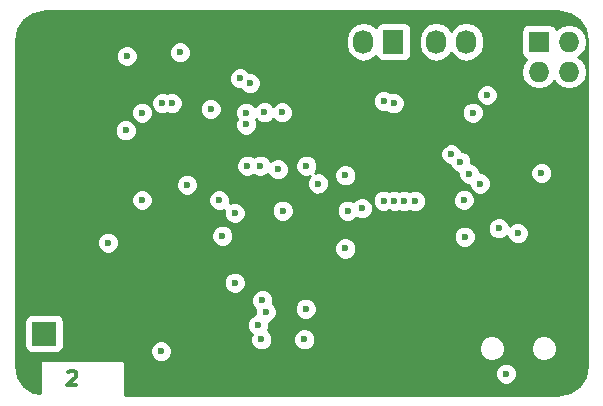
<source format=gbr>
G04 #@! TF.FileFunction,Copper,L2,Inr,Signal*
%FSLAX46Y46*%
G04 Gerber Fmt 4.6, Leading zero omitted, Abs format (unit mm)*
G04 Created by KiCad (PCBNEW 4.0.4-stable) date 05/31/17 00:38:46*
%MOMM*%
%LPD*%
G01*
G04 APERTURE LIST*
%ADD10C,0.100000*%
%ADD11C,0.300000*%
%ADD12C,3.000000*%
%ADD13C,2.500000*%
%ADD14R,2.032000X2.032000*%
%ADD15O,2.032000X2.032000*%
%ADD16R,1.727200X2.032000*%
%ADD17O,1.727200X2.032000*%
%ADD18R,1.727200X1.727200*%
%ADD19O,1.727200X1.727200*%
%ADD20O,1.600000X2.400000*%
%ADD21C,0.600000*%
%ADD22C,0.250000*%
%ADD23C,0.254000*%
G04 APERTURE END LIST*
D10*
D11*
X67937143Y-70187143D02*
X67994286Y-70130000D01*
X68108572Y-70072857D01*
X68394286Y-70072857D01*
X68508572Y-70130000D01*
X68565715Y-70187143D01*
X68622858Y-70301429D01*
X68622858Y-70415714D01*
X68565715Y-70587143D01*
X67880001Y-71272857D01*
X68622858Y-71272857D01*
D12*
X85300000Y-50520000D03*
D13*
X76290000Y-51075000D03*
D14*
X65900000Y-66900000D03*
D15*
X65900000Y-64360000D03*
D16*
X104180000Y-42200000D03*
D17*
X101640000Y-42200000D03*
X99100000Y-42200000D03*
D16*
X95480000Y-42200000D03*
D17*
X92940000Y-42200000D03*
X90400000Y-42200000D03*
D18*
X107800000Y-42200000D03*
D19*
X110340000Y-42200000D03*
X107800000Y-44740000D03*
X110340000Y-44740000D03*
X107800000Y-47280000D03*
X110340000Y-47280000D03*
D20*
X77090000Y-63360000D03*
D21*
X74950000Y-59490000D03*
X76570000Y-59550000D03*
X78210000Y-59570000D03*
X79670000Y-59560000D03*
X79670000Y-58610000D03*
X78190000Y-58620000D03*
X76550000Y-58620000D03*
X74950000Y-58580000D03*
X73470000Y-58580000D03*
X98440000Y-53680000D03*
X96220000Y-53710000D03*
X89430000Y-55290000D03*
X88560000Y-55300000D03*
X87560000Y-55300000D03*
X74550000Y-49320000D03*
X103170000Y-63220000D03*
X103170000Y-61870000D03*
X103150000Y-60330000D03*
X103150000Y-58960000D03*
X72800000Y-64650000D03*
X71310000Y-64650000D03*
X69930000Y-64650000D03*
X72800000Y-68660000D03*
X71360000Y-68660000D03*
X70010000Y-68680000D03*
X68680000Y-68650000D03*
X68180000Y-64630000D03*
X68180000Y-63130000D03*
X68110000Y-61680000D03*
X89320000Y-71360000D03*
X87690000Y-71380000D03*
X86000000Y-71330000D03*
X84400000Y-71320000D03*
X82860000Y-71310000D03*
X71750000Y-50020000D03*
X70660000Y-50020000D03*
X67130000Y-49840000D03*
X67270000Y-45670000D03*
X101600000Y-50300000D03*
X99700000Y-49700000D03*
X100500000Y-50300000D03*
X84200000Y-43600000D03*
X84900000Y-44200000D03*
X84970000Y-43210000D03*
X90500000Y-47470000D03*
X80340000Y-40480000D03*
X71800000Y-44700000D03*
X105700000Y-48000000D03*
X105700000Y-46800000D03*
X109000000Y-39800000D03*
X106400000Y-39800000D03*
X98400000Y-39800000D03*
X103046000Y-39800000D03*
X88800000Y-42100000D03*
X90500000Y-46600000D03*
X94000000Y-39800000D03*
X92000000Y-39900000D03*
X90300000Y-39900000D03*
X88800000Y-40200000D03*
X69400000Y-46400000D03*
X77600000Y-40300000D03*
X67400000Y-40400000D03*
X72500000Y-40300000D03*
X69300000Y-44700000D03*
X109700000Y-57700000D03*
X108425000Y-57600000D03*
X108400000Y-59100000D03*
X109700000Y-59100000D03*
X110900000Y-59100000D03*
X110900000Y-57800000D03*
X110900000Y-56400000D03*
X109700000Y-56400000D03*
X108500000Y-56400000D03*
X100000000Y-63400000D03*
X100000000Y-62100000D03*
X100000000Y-60900000D03*
X100000000Y-59800000D03*
X108500000Y-66500000D03*
X106700000Y-67300000D03*
X106700000Y-68800000D03*
X106700000Y-70200000D03*
X107800000Y-71800000D03*
X106300000Y-71800000D03*
X104900000Y-71800000D03*
X97500000Y-71400000D03*
X96400000Y-71400000D03*
X95200000Y-71400000D03*
X94000000Y-71400000D03*
X92800000Y-71400000D03*
X82900000Y-59300000D03*
X83900000Y-59300000D03*
X78725000Y-61900000D03*
X88900000Y-63700000D03*
X90600000Y-63700000D03*
X87200000Y-63700000D03*
X78300000Y-68000000D03*
X71800000Y-57500000D03*
X70600000Y-57500000D03*
X67200000Y-48900000D03*
X97240000Y-53080000D03*
X98300000Y-52700000D03*
X97600000Y-52000000D03*
X96800000Y-51200000D03*
X96200000Y-51800000D03*
X99540000Y-50990000D03*
X98890000Y-50410000D03*
X98230000Y-49870000D03*
X97600000Y-47100000D03*
X97600000Y-48100000D03*
X97530000Y-49190000D03*
X68000000Y-52710000D03*
X72700000Y-52700000D03*
X67120000Y-53120000D03*
X66200000Y-53120000D03*
X63910000Y-53090000D03*
X65060000Y-53120000D03*
X66100000Y-49780000D03*
X64930000Y-49780000D03*
X63700000Y-49790000D03*
X96000000Y-52600000D03*
X74700000Y-45325000D03*
X65100000Y-58000000D03*
X64100000Y-58000000D03*
X65900000Y-58000000D03*
X67500000Y-58000000D03*
X65900000Y-59300000D03*
X65900000Y-61400000D03*
X67300000Y-46950000D03*
X66550000Y-46950000D03*
X65300000Y-46950000D03*
X63880000Y-47000000D03*
X72000000Y-53200000D03*
X70600000Y-53800000D03*
X69000000Y-53800000D03*
X67900000Y-55100000D03*
X64100000Y-55900000D03*
X67000000Y-55900000D03*
X66000000Y-55900000D03*
X65100000Y-55900000D03*
X70400000Y-48900000D03*
X69000000Y-48900000D03*
X101440000Y-55580000D03*
X108000000Y-53300000D03*
X102200000Y-48200000D03*
X95500000Y-47400000D03*
X80700000Y-55600000D03*
X80990000Y-58630000D03*
X71300000Y-59200000D03*
X89100000Y-54199999D03*
X72800000Y-49700000D03*
X78000000Y-54300000D03*
X74200000Y-55600000D03*
X74200000Y-48200000D03*
X82050000Y-62600000D03*
X86050000Y-48180000D03*
X84550000Y-48160000D03*
X82500000Y-45300000D03*
X85700000Y-53000000D03*
X84200000Y-52700000D03*
X88100000Y-52700000D03*
X80000000Y-47900000D03*
X83100000Y-52700000D03*
X82050000Y-56700000D03*
X84300000Y-67390000D03*
X88040000Y-64810000D03*
X101500000Y-58700000D03*
X103400000Y-46700000D03*
X94645863Y-55654137D03*
X94645863Y-47202849D03*
X92800000Y-56300000D03*
X91400000Y-59700000D03*
X102800000Y-54200000D03*
X75800000Y-68400000D03*
X105000000Y-70300000D03*
X95566000Y-55664000D03*
X76700000Y-47400000D03*
X83300000Y-45700000D03*
X105990000Y-58400000D03*
X104400000Y-58000000D03*
X91400000Y-53500000D03*
X96366003Y-55664000D03*
X75900000Y-47400000D03*
X91600000Y-56500000D03*
X86100000Y-56500000D03*
X101867722Y-53352199D03*
X87930000Y-67400000D03*
X101130000Y-52350000D03*
X83990000Y-66180000D03*
X100360000Y-51710000D03*
X84680000Y-65070000D03*
X83000000Y-48200000D03*
X77400000Y-43100000D03*
X72900000Y-43400000D03*
X83000000Y-49200000D03*
X84380000Y-64090000D03*
X97330000Y-55690000D03*
D22*
X67300000Y-46950000D02*
X67300000Y-45700000D01*
X67300000Y-45700000D02*
X67270000Y-45670000D01*
X79670000Y-59560000D02*
X79670000Y-60955000D01*
X79670000Y-60955000D02*
X78725000Y-61900000D01*
X74630000Y-64650000D02*
X75920000Y-63360000D01*
X75920000Y-63360000D02*
X77090000Y-63360000D01*
X72800000Y-64650000D02*
X74630000Y-64650000D01*
X72800000Y-68660000D02*
X75450000Y-71310000D01*
X75450000Y-71310000D02*
X82860000Y-71310000D01*
X76570000Y-59550000D02*
X75010000Y-59550000D01*
X75010000Y-59550000D02*
X74950000Y-59490000D01*
X78210000Y-59570000D02*
X76590000Y-59570000D01*
X76590000Y-59570000D02*
X76570000Y-59550000D01*
X79670000Y-59560000D02*
X78220000Y-59560000D01*
X78220000Y-59560000D02*
X78210000Y-59570000D01*
X79670000Y-58610000D02*
X79670000Y-59560000D01*
X78190000Y-58620000D02*
X79660000Y-58620000D01*
X79660000Y-58620000D02*
X79670000Y-58610000D01*
X76550000Y-58620000D02*
X78190000Y-58620000D01*
X74950000Y-58580000D02*
X76510000Y-58580000D01*
X76510000Y-58580000D02*
X76550000Y-58620000D01*
X73470000Y-58580000D02*
X74950000Y-58580000D01*
X74400000Y-60590000D02*
X74400000Y-59510000D01*
X74400000Y-59510000D02*
X73470000Y-58580000D01*
X96220000Y-53710000D02*
X98410000Y-53710000D01*
X98410000Y-53710000D02*
X98440000Y-53680000D01*
X97240000Y-53080000D02*
X96850000Y-53080000D01*
X96850000Y-53080000D02*
X96220000Y-53710000D01*
X96200000Y-51800000D02*
X96200000Y-52040000D01*
X96200000Y-52040000D02*
X97240000Y-53080000D01*
X90574997Y-50760000D02*
X90574997Y-49874997D01*
X90574997Y-51800000D02*
X90574997Y-50760000D01*
X90574997Y-50760000D02*
X90334997Y-50520000D01*
X90334997Y-50520000D02*
X85300000Y-50520000D01*
X81080000Y-43880000D02*
X81360000Y-43600000D01*
X81360000Y-43600000D02*
X84200000Y-43600000D01*
X81080000Y-45950000D02*
X81080000Y-45794998D01*
X81080000Y-45950000D02*
X81080000Y-43880000D01*
X81080000Y-51100000D02*
X81080000Y-45950000D01*
X80200000Y-51100000D02*
X81080000Y-51100000D01*
X83274998Y-43600000D02*
X83775736Y-43600000D01*
X83775736Y-43600000D02*
X84200000Y-43600000D01*
X79160000Y-51710000D02*
X79590000Y-51710000D01*
X79590000Y-51710000D02*
X80200000Y-51100000D01*
X76370000Y-52700000D02*
X78170000Y-52700000D01*
X74590000Y-52700000D02*
X76370000Y-52700000D01*
X76370000Y-52700000D02*
X76370000Y-51145000D01*
X76370000Y-51145000D02*
X76325000Y-51100000D01*
X78170000Y-52700000D02*
X79160000Y-51710000D01*
X74590000Y-52700000D02*
X72700000Y-52700000D01*
X74725000Y-52700000D02*
X74590000Y-52700000D01*
X99540000Y-50990000D02*
X99810000Y-50990000D01*
X99810000Y-50990000D02*
X100500000Y-50300000D01*
X98890000Y-50410000D02*
X98960000Y-50410000D01*
X98960000Y-50410000D02*
X99540000Y-50990000D01*
X98230000Y-49870000D02*
X98350000Y-49870000D01*
X98350000Y-49870000D02*
X98890000Y-50410000D01*
X103170000Y-61870000D02*
X103170000Y-63220000D01*
X103150000Y-60330000D02*
X103150000Y-61850000D01*
X103150000Y-61850000D02*
X103170000Y-61870000D01*
X103150000Y-58960000D02*
X103150000Y-60330000D01*
X102890000Y-57300000D02*
X102890000Y-58700000D01*
X102890000Y-58700000D02*
X103150000Y-58960000D01*
X103790000Y-56400000D02*
X102890000Y-57300000D01*
X108500000Y-56400000D02*
X103790000Y-56400000D01*
X71310000Y-64650000D02*
X72800000Y-64650000D01*
X69930000Y-64650000D02*
X71310000Y-64650000D01*
X68180000Y-64630000D02*
X69910000Y-64630000D01*
X69910000Y-64630000D02*
X69930000Y-64650000D01*
X66100000Y-49780000D02*
X66100000Y-49355736D01*
X66100000Y-49355736D02*
X65580000Y-48835736D01*
X65580000Y-48835736D02*
X65580000Y-47920000D01*
X65900000Y-56700000D02*
X66000000Y-56600000D01*
X66000000Y-56600000D02*
X66000000Y-55900000D01*
X68110000Y-61680000D02*
X66180000Y-61680000D01*
X66180000Y-61680000D02*
X65900000Y-61400000D01*
X74400000Y-60590000D02*
X73310000Y-61680000D01*
X73310000Y-61680000D02*
X68110000Y-61680000D01*
X92800000Y-71400000D02*
X82950000Y-71400000D01*
X82950000Y-71400000D02*
X82860000Y-71310000D01*
X77090000Y-64370000D02*
X77090000Y-63910000D01*
X70010000Y-68680000D02*
X71340000Y-68680000D01*
X71340000Y-68680000D02*
X71360000Y-68660000D01*
X71360000Y-68660000D02*
X72800000Y-68660000D01*
X68680000Y-68650000D02*
X69980000Y-68650000D01*
X69980000Y-68650000D02*
X70010000Y-68680000D01*
X68350000Y-65224264D02*
X68350000Y-68320000D01*
X68350000Y-68320000D02*
X68680000Y-68650000D01*
X68180000Y-64630000D02*
X68180000Y-65054264D01*
X68180000Y-65054264D02*
X68350000Y-65224264D01*
X68180000Y-63130000D02*
X68180000Y-64630000D01*
X68110000Y-61680000D02*
X68110000Y-63060000D01*
X68110000Y-63060000D02*
X68180000Y-63130000D01*
X68120000Y-61670000D02*
X68110000Y-61680000D01*
X67120000Y-53120000D02*
X67590000Y-53120000D01*
X67590000Y-53120000D02*
X68000000Y-52710000D01*
X70660000Y-50020000D02*
X71750000Y-50020000D01*
X70400000Y-48900000D02*
X70400000Y-49760000D01*
X70400000Y-49760000D02*
X70660000Y-50020000D01*
X69000000Y-48900000D02*
X70400000Y-48900000D01*
X66200000Y-53120000D02*
X66200000Y-49880000D01*
X66200000Y-49880000D02*
X66100000Y-49780000D01*
X66100000Y-47400000D02*
X66550000Y-46950000D01*
X66100000Y-49780000D02*
X67070000Y-49780000D01*
X67070000Y-49780000D02*
X67130000Y-49840000D01*
X67900000Y-53700000D02*
X67900000Y-55100000D01*
X67120000Y-53120000D02*
X67320000Y-53120000D01*
X67320000Y-53120000D02*
X67900000Y-53700000D01*
X66200000Y-53120000D02*
X67120000Y-53120000D01*
X65060000Y-53120000D02*
X66200000Y-53120000D01*
X63910000Y-53090000D02*
X65030000Y-53090000D01*
X65030000Y-53090000D02*
X65060000Y-53120000D01*
X66100000Y-49780000D02*
X66320000Y-49780000D01*
X66320000Y-49780000D02*
X67200000Y-48900000D01*
X64930000Y-49780000D02*
X66100000Y-49780000D01*
X63700000Y-49790000D02*
X64920000Y-49790000D01*
X64920000Y-49790000D02*
X64930000Y-49780000D01*
X84200000Y-43600000D02*
X84580000Y-43600000D01*
X84580000Y-43600000D02*
X84970000Y-43210000D01*
X84900000Y-44200000D02*
X84800000Y-44200000D01*
X84800000Y-44200000D02*
X84200000Y-43600000D01*
X90574997Y-49874997D02*
X84900000Y-44200000D01*
X90574997Y-51800000D02*
X95775736Y-51800000D01*
X95775736Y-51800000D02*
X96200000Y-51800000D01*
X99700000Y-49700000D02*
X101000000Y-49700000D01*
X101000000Y-49700000D02*
X101600000Y-50300000D01*
X100500000Y-50300000D02*
X100300000Y-50300000D01*
X100300000Y-50300000D02*
X99700000Y-49700000D01*
X97530000Y-49190000D02*
X97550000Y-49190000D01*
X97550000Y-49190000D02*
X98230000Y-49870000D01*
X72000000Y-53200000D02*
X72200000Y-53200000D01*
X72200000Y-53200000D02*
X72700000Y-52700000D01*
X108425000Y-57600000D02*
X110700000Y-57600000D01*
X110700000Y-57600000D02*
X110900000Y-57800000D01*
X108500000Y-58600000D02*
X108475736Y-58600000D01*
X108475736Y-58600000D02*
X108400000Y-58675736D01*
X108400000Y-58675736D02*
X108400000Y-59100000D01*
X108500000Y-56400000D02*
X108500000Y-58600000D01*
X110900000Y-56400000D02*
X108500000Y-56400000D01*
X110900000Y-59100000D02*
X110900000Y-56400000D01*
X108400000Y-59100000D02*
X110900000Y-59100000D01*
X108500000Y-66500000D02*
X108500000Y-59200000D01*
X108500000Y-59200000D02*
X108400000Y-59100000D01*
X107800000Y-71800000D02*
X107800000Y-71300000D01*
X107800000Y-71300000D02*
X106700000Y-70200000D01*
X106700000Y-67300000D02*
X107500000Y-66500000D01*
X107500000Y-66500000D02*
X108500000Y-66500000D01*
X106700000Y-70200000D02*
X106700000Y-67300000D01*
X104900000Y-71800000D02*
X107800000Y-71800000D01*
X97500000Y-71400000D02*
X104500000Y-71400000D01*
X104500000Y-71400000D02*
X104900000Y-71800000D01*
X92800000Y-71400000D02*
X97500000Y-71400000D01*
X90600000Y-63700000D02*
X90600000Y-69200000D01*
X90600000Y-69200000D02*
X92800000Y-71400000D01*
X88900000Y-63700000D02*
X90600000Y-63700000D01*
X87200000Y-63700000D02*
X88900000Y-63700000D01*
X96200000Y-51800000D02*
X96200000Y-50520000D01*
X96200000Y-50520000D02*
X97530000Y-49190000D01*
X65100000Y-58000000D02*
X64100000Y-58000000D01*
X65900000Y-58000000D02*
X65100000Y-58000000D01*
X65900000Y-59300000D02*
X65900000Y-58000000D01*
X65900000Y-58000000D02*
X65900000Y-56700000D01*
X67500000Y-58000000D02*
X65900000Y-58000000D01*
X65900000Y-60100000D02*
X65900000Y-59300000D01*
X65900000Y-61400000D02*
X65900000Y-59300000D01*
X65900000Y-64360000D02*
X65900000Y-60100000D01*
X65900000Y-60100000D02*
X65900000Y-61400000D01*
X65580000Y-47920000D02*
X66330000Y-47920000D01*
X66330000Y-47920000D02*
X67300000Y-46950000D01*
X66550000Y-46950000D02*
X65580000Y-47920000D01*
X65580000Y-47920000D02*
X64800000Y-47920000D01*
X64800000Y-47920000D02*
X64580000Y-47700000D01*
X64580000Y-47700000D02*
X63880000Y-47000000D01*
X64580000Y-47700000D02*
X64580000Y-47670000D01*
X64580000Y-47670000D02*
X65300000Y-46950000D01*
X71700000Y-53500000D02*
X72000000Y-53200000D01*
X71000000Y-54200000D02*
X71700000Y-53500000D01*
X70200000Y-54200000D02*
X71000000Y-54200000D01*
X68600000Y-54200000D02*
X69000000Y-53800000D01*
X67600000Y-55200000D02*
X68600000Y-54200000D01*
X68600000Y-54200000D02*
X70200000Y-54200000D01*
X70200000Y-54200000D02*
X70600000Y-53800000D01*
X67600000Y-55400000D02*
X67900000Y-55100000D01*
X67100000Y-55900000D02*
X67600000Y-55400000D01*
X67600000Y-55400000D02*
X67600000Y-55200000D01*
X67000000Y-55900000D02*
X67100000Y-55900000D01*
X65600000Y-55900000D02*
X64100000Y-55900000D01*
X65600000Y-55900000D02*
X66000000Y-55900000D01*
X65100000Y-55900000D02*
X65600000Y-55900000D01*
X65600000Y-55900000D02*
X67000000Y-55900000D01*
X67200000Y-48900000D02*
X69000000Y-48900000D01*
D23*
G36*
X109356609Y-39620877D02*
X110399536Y-39828328D01*
X111162126Y-40337874D01*
X111671857Y-41100740D01*
X111879243Y-42138609D01*
X111890000Y-42164515D01*
X111890000Y-69517291D01*
X111873712Y-69556614D01*
X111666261Y-70599541D01*
X111156715Y-71362131D01*
X110393849Y-71871862D01*
X109355980Y-72079248D01*
X109330086Y-72090000D01*
X72737000Y-72090000D01*
X72737000Y-70485167D01*
X104064838Y-70485167D01*
X104206883Y-70828943D01*
X104469673Y-71092192D01*
X104813201Y-71234838D01*
X105185167Y-71235162D01*
X105528943Y-71093117D01*
X105792192Y-70830327D01*
X105934838Y-70486799D01*
X105935162Y-70114833D01*
X105793117Y-69771057D01*
X105530327Y-69507808D01*
X105186799Y-69365162D01*
X104814833Y-69364838D01*
X104471057Y-69506883D01*
X104207808Y-69769673D01*
X104065162Y-70113201D01*
X104064838Y-70485167D01*
X72737000Y-70485167D01*
X72737000Y-69310000D01*
X72728315Y-69263841D01*
X72701035Y-69221447D01*
X72659410Y-69193006D01*
X72610000Y-69183000D01*
X69486429Y-69183000D01*
X69486429Y-69105000D01*
X67073572Y-69105000D01*
X67073572Y-69183000D01*
X65670000Y-69183000D01*
X65623841Y-69191685D01*
X65581447Y-69218965D01*
X65553006Y-69260590D01*
X65543000Y-69310000D01*
X65543000Y-71974179D01*
X65000459Y-71866261D01*
X64237869Y-71356715D01*
X63728138Y-70593849D01*
X63520752Y-69555980D01*
X63510000Y-69530086D01*
X63510000Y-68585167D01*
X74864838Y-68585167D01*
X75006883Y-68928943D01*
X75269673Y-69192192D01*
X75613201Y-69334838D01*
X75985167Y-69335162D01*
X76328943Y-69193117D01*
X76592192Y-68930327D01*
X76734838Y-68586799D01*
X76735032Y-68363890D01*
X102715592Y-68363890D01*
X102880362Y-68762663D01*
X103185193Y-69068026D01*
X103583677Y-69233491D01*
X104015150Y-69233868D01*
X104413923Y-69069098D01*
X104719286Y-68764267D01*
X104884751Y-68365783D01*
X104884752Y-68363890D01*
X107114872Y-68363890D01*
X107279642Y-68762663D01*
X107584473Y-69068026D01*
X107982957Y-69233491D01*
X108414430Y-69233868D01*
X108813203Y-69069098D01*
X109118566Y-68764267D01*
X109284031Y-68365783D01*
X109284408Y-67934310D01*
X109119638Y-67535537D01*
X108814807Y-67230174D01*
X108416323Y-67064709D01*
X107984850Y-67064332D01*
X107586077Y-67229102D01*
X107280714Y-67533933D01*
X107115249Y-67932417D01*
X107114872Y-68363890D01*
X104884752Y-68363890D01*
X104885128Y-67934310D01*
X104720358Y-67535537D01*
X104415527Y-67230174D01*
X104017043Y-67064709D01*
X103585570Y-67064332D01*
X103186797Y-67229102D01*
X102881434Y-67533933D01*
X102715969Y-67932417D01*
X102715592Y-68363890D01*
X76735032Y-68363890D01*
X76735162Y-68214833D01*
X76593117Y-67871057D01*
X76330327Y-67607808D01*
X75986799Y-67465162D01*
X75614833Y-67464838D01*
X75271057Y-67606883D01*
X75007808Y-67869673D01*
X74865162Y-68213201D01*
X74864838Y-68585167D01*
X63510000Y-68585167D01*
X63510000Y-65884000D01*
X64236560Y-65884000D01*
X64236560Y-67916000D01*
X64280838Y-68151317D01*
X64419910Y-68367441D01*
X64632110Y-68512431D01*
X64884000Y-68563440D01*
X66916000Y-68563440D01*
X67151317Y-68519162D01*
X67367441Y-68380090D01*
X67512431Y-68167890D01*
X67563440Y-67916000D01*
X67563440Y-66365167D01*
X83054838Y-66365167D01*
X83196883Y-66708943D01*
X83459673Y-66972192D01*
X83460878Y-66972692D01*
X83365162Y-67203201D01*
X83364838Y-67575167D01*
X83506883Y-67918943D01*
X83769673Y-68182192D01*
X84113201Y-68324838D01*
X84485167Y-68325162D01*
X84828943Y-68183117D01*
X85092192Y-67920327D01*
X85231363Y-67585167D01*
X86994838Y-67585167D01*
X87136883Y-67928943D01*
X87399673Y-68192192D01*
X87743201Y-68334838D01*
X88115167Y-68335162D01*
X88458943Y-68193117D01*
X88722192Y-67930327D01*
X88864838Y-67586799D01*
X88865162Y-67214833D01*
X88723117Y-66871057D01*
X88460327Y-66607808D01*
X88116799Y-66465162D01*
X87744833Y-66464838D01*
X87401057Y-66606883D01*
X87137808Y-66869673D01*
X86995162Y-67213201D01*
X86994838Y-67585167D01*
X85231363Y-67585167D01*
X85234838Y-67576799D01*
X85235162Y-67204833D01*
X85093117Y-66861057D01*
X84830327Y-66597808D01*
X84829122Y-66597308D01*
X84924838Y-66366799D01*
X84925162Y-65994833D01*
X84920058Y-65982481D01*
X85208943Y-65863117D01*
X85472192Y-65600327D01*
X85614838Y-65256799D01*
X85615065Y-64995167D01*
X87104838Y-64995167D01*
X87246883Y-65338943D01*
X87509673Y-65602192D01*
X87853201Y-65744838D01*
X88225167Y-65745162D01*
X88568943Y-65603117D01*
X88832192Y-65340327D01*
X88974838Y-64996799D01*
X88975162Y-64624833D01*
X88833117Y-64281057D01*
X88570327Y-64017808D01*
X88226799Y-63875162D01*
X87854833Y-63874838D01*
X87511057Y-64016883D01*
X87247808Y-64279673D01*
X87105162Y-64623201D01*
X87104838Y-64995167D01*
X85615065Y-64995167D01*
X85615162Y-64884833D01*
X85473117Y-64541057D01*
X85283840Y-64351450D01*
X85314838Y-64276799D01*
X85315162Y-63904833D01*
X85173117Y-63561057D01*
X84910327Y-63297808D01*
X84566799Y-63155162D01*
X84194833Y-63154838D01*
X83851057Y-63296883D01*
X83587808Y-63559673D01*
X83445162Y-63903201D01*
X83444838Y-64275167D01*
X83586883Y-64618943D01*
X83776160Y-64808550D01*
X83745162Y-64883201D01*
X83744838Y-65255167D01*
X83749942Y-65267519D01*
X83461057Y-65386883D01*
X83197808Y-65649673D01*
X83055162Y-65993201D01*
X83054838Y-66365167D01*
X67563440Y-66365167D01*
X67563440Y-65884000D01*
X67519162Y-65648683D01*
X67380090Y-65432559D01*
X67167890Y-65287569D01*
X66916000Y-65236560D01*
X64884000Y-65236560D01*
X64648683Y-65280838D01*
X64432559Y-65419910D01*
X64287569Y-65632110D01*
X64236560Y-65884000D01*
X63510000Y-65884000D01*
X63510000Y-62785167D01*
X81114838Y-62785167D01*
X81256883Y-63128943D01*
X81519673Y-63392192D01*
X81863201Y-63534838D01*
X82235167Y-63535162D01*
X82578943Y-63393117D01*
X82842192Y-63130327D01*
X82984838Y-62786799D01*
X82985162Y-62414833D01*
X82843117Y-62071057D01*
X82580327Y-61807808D01*
X82236799Y-61665162D01*
X81864833Y-61664838D01*
X81521057Y-61806883D01*
X81257808Y-62069673D01*
X81115162Y-62413201D01*
X81114838Y-62785167D01*
X63510000Y-62785167D01*
X63510000Y-59385167D01*
X70364838Y-59385167D01*
X70506883Y-59728943D01*
X70769673Y-59992192D01*
X71113201Y-60134838D01*
X71485167Y-60135162D01*
X71828943Y-59993117D01*
X71937081Y-59885167D01*
X90464838Y-59885167D01*
X90606883Y-60228943D01*
X90869673Y-60492192D01*
X91213201Y-60634838D01*
X91585167Y-60635162D01*
X91928943Y-60493117D01*
X92192192Y-60230327D01*
X92334838Y-59886799D01*
X92335162Y-59514833D01*
X92193117Y-59171057D01*
X91930327Y-58907808D01*
X91875802Y-58885167D01*
X100564838Y-58885167D01*
X100706883Y-59228943D01*
X100969673Y-59492192D01*
X101313201Y-59634838D01*
X101685167Y-59635162D01*
X102028943Y-59493117D01*
X102292192Y-59230327D01*
X102434838Y-58886799D01*
X102435162Y-58514833D01*
X102298948Y-58185167D01*
X103464838Y-58185167D01*
X103606883Y-58528943D01*
X103869673Y-58792192D01*
X104213201Y-58934838D01*
X104585167Y-58935162D01*
X104928943Y-58793117D01*
X105078906Y-58643416D01*
X105196883Y-58928943D01*
X105459673Y-59192192D01*
X105803201Y-59334838D01*
X106175167Y-59335162D01*
X106518943Y-59193117D01*
X106782192Y-58930327D01*
X106924838Y-58586799D01*
X106925162Y-58214833D01*
X106783117Y-57871057D01*
X106520327Y-57607808D01*
X106176799Y-57465162D01*
X105804833Y-57464838D01*
X105461057Y-57606883D01*
X105311094Y-57756584D01*
X105193117Y-57471057D01*
X104930327Y-57207808D01*
X104586799Y-57065162D01*
X104214833Y-57064838D01*
X103871057Y-57206883D01*
X103607808Y-57469673D01*
X103465162Y-57813201D01*
X103464838Y-58185167D01*
X102298948Y-58185167D01*
X102293117Y-58171057D01*
X102030327Y-57907808D01*
X101686799Y-57765162D01*
X101314833Y-57764838D01*
X100971057Y-57906883D01*
X100707808Y-58169673D01*
X100565162Y-58513201D01*
X100564838Y-58885167D01*
X91875802Y-58885167D01*
X91586799Y-58765162D01*
X91214833Y-58764838D01*
X90871057Y-58906883D01*
X90607808Y-59169673D01*
X90465162Y-59513201D01*
X90464838Y-59885167D01*
X71937081Y-59885167D01*
X72092192Y-59730327D01*
X72234838Y-59386799D01*
X72235162Y-59014833D01*
X72152662Y-58815167D01*
X80054838Y-58815167D01*
X80196883Y-59158943D01*
X80459673Y-59422192D01*
X80803201Y-59564838D01*
X81175167Y-59565162D01*
X81518943Y-59423117D01*
X81782192Y-59160327D01*
X81924838Y-58816799D01*
X81925162Y-58444833D01*
X81783117Y-58101057D01*
X81520327Y-57837808D01*
X81176799Y-57695162D01*
X80804833Y-57694838D01*
X80461057Y-57836883D01*
X80197808Y-58099673D01*
X80055162Y-58443201D01*
X80054838Y-58815167D01*
X72152662Y-58815167D01*
X72093117Y-58671057D01*
X71830327Y-58407808D01*
X71486799Y-58265162D01*
X71114833Y-58264838D01*
X70771057Y-58406883D01*
X70507808Y-58669673D01*
X70365162Y-59013201D01*
X70364838Y-59385167D01*
X63510000Y-59385167D01*
X63510000Y-55785167D01*
X73264838Y-55785167D01*
X73406883Y-56128943D01*
X73669673Y-56392192D01*
X74013201Y-56534838D01*
X74385167Y-56535162D01*
X74728943Y-56393117D01*
X74992192Y-56130327D01*
X75134838Y-55786799D01*
X75134839Y-55785167D01*
X79764838Y-55785167D01*
X79906883Y-56128943D01*
X80169673Y-56392192D01*
X80513201Y-56534838D01*
X80885167Y-56535162D01*
X81151788Y-56424997D01*
X81115162Y-56513201D01*
X81114838Y-56885167D01*
X81256883Y-57228943D01*
X81519673Y-57492192D01*
X81863201Y-57634838D01*
X82235167Y-57635162D01*
X82578943Y-57493117D01*
X82842192Y-57230327D01*
X82984838Y-56886799D01*
X82985013Y-56685167D01*
X85164838Y-56685167D01*
X85306883Y-57028943D01*
X85569673Y-57292192D01*
X85913201Y-57434838D01*
X86285167Y-57435162D01*
X86628943Y-57293117D01*
X86892192Y-57030327D01*
X87034838Y-56686799D01*
X87034839Y-56685167D01*
X90664838Y-56685167D01*
X90806883Y-57028943D01*
X91069673Y-57292192D01*
X91413201Y-57434838D01*
X91785167Y-57435162D01*
X92128943Y-57293117D01*
X92312433Y-57109947D01*
X92613201Y-57234838D01*
X92985167Y-57235162D01*
X93328943Y-57093117D01*
X93592192Y-56830327D01*
X93734838Y-56486799D01*
X93735162Y-56114833D01*
X93621317Y-55839304D01*
X93710701Y-55839304D01*
X93852746Y-56183080D01*
X94115536Y-56446329D01*
X94459064Y-56588975D01*
X94831030Y-56589299D01*
X95094278Y-56480527D01*
X95379201Y-56598838D01*
X95751167Y-56599162D01*
X95966106Y-56510351D01*
X96179204Y-56598838D01*
X96551170Y-56599162D01*
X96816924Y-56489355D01*
X97143201Y-56624838D01*
X97515167Y-56625162D01*
X97858943Y-56483117D01*
X98122192Y-56220327D01*
X98264838Y-55876799D01*
X98264935Y-55765167D01*
X100504838Y-55765167D01*
X100646883Y-56108943D01*
X100909673Y-56372192D01*
X101253201Y-56514838D01*
X101625167Y-56515162D01*
X101968943Y-56373117D01*
X102232192Y-56110327D01*
X102374838Y-55766799D01*
X102375162Y-55394833D01*
X102233117Y-55051057D01*
X101970327Y-54787808D01*
X101626799Y-54645162D01*
X101254833Y-54644838D01*
X100911057Y-54786883D01*
X100647808Y-55049673D01*
X100505162Y-55393201D01*
X100504838Y-55765167D01*
X98264935Y-55765167D01*
X98265162Y-55504833D01*
X98123117Y-55161057D01*
X97860327Y-54897808D01*
X97516799Y-54755162D01*
X97144833Y-54754838D01*
X96879079Y-54864645D01*
X96552802Y-54729162D01*
X96180836Y-54728838D01*
X95965897Y-54817649D01*
X95752799Y-54729162D01*
X95380833Y-54728838D01*
X95117585Y-54837610D01*
X94832662Y-54719299D01*
X94460696Y-54718975D01*
X94116920Y-54861020D01*
X93853671Y-55123810D01*
X93711025Y-55467338D01*
X93710701Y-55839304D01*
X93621317Y-55839304D01*
X93593117Y-55771057D01*
X93330327Y-55507808D01*
X92986799Y-55365162D01*
X92614833Y-55364838D01*
X92271057Y-55506883D01*
X92087567Y-55690053D01*
X91786799Y-55565162D01*
X91414833Y-55564838D01*
X91071057Y-55706883D01*
X90807808Y-55969673D01*
X90665162Y-56313201D01*
X90664838Y-56685167D01*
X87034839Y-56685167D01*
X87035162Y-56314833D01*
X86893117Y-55971057D01*
X86630327Y-55707808D01*
X86286799Y-55565162D01*
X85914833Y-55564838D01*
X85571057Y-55706883D01*
X85307808Y-55969673D01*
X85165162Y-56313201D01*
X85164838Y-56685167D01*
X82985013Y-56685167D01*
X82985162Y-56514833D01*
X82843117Y-56171057D01*
X82580327Y-55907808D01*
X82236799Y-55765162D01*
X81864833Y-55764838D01*
X81598212Y-55875003D01*
X81634838Y-55786799D01*
X81635162Y-55414833D01*
X81493117Y-55071057D01*
X81230327Y-54807808D01*
X80886799Y-54665162D01*
X80514833Y-54664838D01*
X80171057Y-54806883D01*
X79907808Y-55069673D01*
X79765162Y-55413201D01*
X79764838Y-55785167D01*
X75134839Y-55785167D01*
X75135162Y-55414833D01*
X74993117Y-55071057D01*
X74730327Y-54807808D01*
X74386799Y-54665162D01*
X74014833Y-54664838D01*
X73671057Y-54806883D01*
X73407808Y-55069673D01*
X73265162Y-55413201D01*
X73264838Y-55785167D01*
X63510000Y-55785167D01*
X63510000Y-54485167D01*
X77064838Y-54485167D01*
X77206883Y-54828943D01*
X77469673Y-55092192D01*
X77813201Y-55234838D01*
X78185167Y-55235162D01*
X78528943Y-55093117D01*
X78792192Y-54830327D01*
X78934838Y-54486799D01*
X78935162Y-54114833D01*
X78793117Y-53771057D01*
X78530327Y-53507808D01*
X78186799Y-53365162D01*
X77814833Y-53364838D01*
X77471057Y-53506883D01*
X77207808Y-53769673D01*
X77065162Y-54113201D01*
X77064838Y-54485167D01*
X63510000Y-54485167D01*
X63510000Y-52885167D01*
X82164838Y-52885167D01*
X82306883Y-53228943D01*
X82569673Y-53492192D01*
X82913201Y-53634838D01*
X83285167Y-53635162D01*
X83628943Y-53493117D01*
X83649806Y-53472290D01*
X83669673Y-53492192D01*
X84013201Y-53634838D01*
X84385167Y-53635162D01*
X84728943Y-53493117D01*
X84844441Y-53377821D01*
X84906883Y-53528943D01*
X85169673Y-53792192D01*
X85513201Y-53934838D01*
X85885167Y-53935162D01*
X86228943Y-53793117D01*
X86492192Y-53530327D01*
X86634838Y-53186799D01*
X86635100Y-52885167D01*
X87164838Y-52885167D01*
X87306883Y-53228943D01*
X87569673Y-53492192D01*
X87913201Y-53634838D01*
X88285167Y-53635162D01*
X88382783Y-53594828D01*
X88307808Y-53669672D01*
X88165162Y-54013200D01*
X88164838Y-54385166D01*
X88306883Y-54728942D01*
X88569673Y-54992191D01*
X88913201Y-55134837D01*
X89285167Y-55135161D01*
X89628943Y-54993116D01*
X89892192Y-54730326D01*
X90034838Y-54386798D01*
X90035162Y-54014832D01*
X89898948Y-53685167D01*
X90464838Y-53685167D01*
X90606883Y-54028943D01*
X90869673Y-54292192D01*
X91213201Y-54434838D01*
X91585167Y-54435162D01*
X91928943Y-54293117D01*
X92192192Y-54030327D01*
X92334838Y-53686799D01*
X92335162Y-53314833D01*
X92193117Y-52971057D01*
X91930327Y-52707808D01*
X91586799Y-52565162D01*
X91214833Y-52564838D01*
X90871057Y-52706883D01*
X90607808Y-52969673D01*
X90465162Y-53313201D01*
X90464838Y-53685167D01*
X89898948Y-53685167D01*
X89893117Y-53671056D01*
X89630327Y-53407807D01*
X89286799Y-53265161D01*
X88914833Y-53264837D01*
X88817217Y-53305171D01*
X88892192Y-53230327D01*
X89034838Y-52886799D01*
X89035162Y-52514833D01*
X88893117Y-52171057D01*
X88630327Y-51907808D01*
X88599885Y-51895167D01*
X99424838Y-51895167D01*
X99566883Y-52238943D01*
X99829673Y-52502192D01*
X100173201Y-52644838D01*
X100240177Y-52644896D01*
X100336883Y-52878943D01*
X100599673Y-53142192D01*
X100932784Y-53280512D01*
X100932560Y-53537366D01*
X101074605Y-53881142D01*
X101337395Y-54144391D01*
X101680923Y-54287037D01*
X101864923Y-54287197D01*
X101864838Y-54385167D01*
X102006883Y-54728943D01*
X102269673Y-54992192D01*
X102613201Y-55134838D01*
X102985167Y-55135162D01*
X103328943Y-54993117D01*
X103592192Y-54730327D01*
X103734838Y-54386799D01*
X103735162Y-54014833D01*
X103593117Y-53671057D01*
X103407552Y-53485167D01*
X107064838Y-53485167D01*
X107206883Y-53828943D01*
X107469673Y-54092192D01*
X107813201Y-54234838D01*
X108185167Y-54235162D01*
X108528943Y-54093117D01*
X108792192Y-53830327D01*
X108934838Y-53486799D01*
X108935162Y-53114833D01*
X108793117Y-52771057D01*
X108530327Y-52507808D01*
X108186799Y-52365162D01*
X107814833Y-52364838D01*
X107471057Y-52506883D01*
X107207808Y-52769673D01*
X107065162Y-53113201D01*
X107064838Y-53485167D01*
X103407552Y-53485167D01*
X103330327Y-53407808D01*
X102986799Y-53265162D01*
X102802799Y-53265002D01*
X102802884Y-53167032D01*
X102660839Y-52823256D01*
X102398049Y-52560007D01*
X102064938Y-52421687D01*
X102065162Y-52164833D01*
X101923117Y-51821057D01*
X101660327Y-51557808D01*
X101316799Y-51415162D01*
X101249823Y-51415104D01*
X101153117Y-51181057D01*
X100890327Y-50917808D01*
X100546799Y-50775162D01*
X100174833Y-50774838D01*
X99831057Y-50916883D01*
X99567808Y-51179673D01*
X99425162Y-51523201D01*
X99424838Y-51895167D01*
X88599885Y-51895167D01*
X88286799Y-51765162D01*
X87914833Y-51764838D01*
X87571057Y-51906883D01*
X87307808Y-52169673D01*
X87165162Y-52513201D01*
X87164838Y-52885167D01*
X86635100Y-52885167D01*
X86635162Y-52814833D01*
X86493117Y-52471057D01*
X86230327Y-52207808D01*
X85886799Y-52065162D01*
X85514833Y-52064838D01*
X85171057Y-52206883D01*
X85055559Y-52322179D01*
X84993117Y-52171057D01*
X84730327Y-51907808D01*
X84386799Y-51765162D01*
X84014833Y-51764838D01*
X83671057Y-51906883D01*
X83650194Y-51927710D01*
X83630327Y-51907808D01*
X83286799Y-51765162D01*
X82914833Y-51764838D01*
X82571057Y-51906883D01*
X82307808Y-52169673D01*
X82165162Y-52513201D01*
X82164838Y-52885167D01*
X63510000Y-52885167D01*
X63510000Y-49885167D01*
X71864838Y-49885167D01*
X72006883Y-50228943D01*
X72269673Y-50492192D01*
X72613201Y-50634838D01*
X72985167Y-50635162D01*
X73328943Y-50493117D01*
X73592192Y-50230327D01*
X73734838Y-49886799D01*
X73735162Y-49514833D01*
X73593117Y-49171057D01*
X73330327Y-48907808D01*
X72986799Y-48765162D01*
X72614833Y-48764838D01*
X72271057Y-48906883D01*
X72007808Y-49169673D01*
X71865162Y-49513201D01*
X71864838Y-49885167D01*
X63510000Y-49885167D01*
X63510000Y-48385167D01*
X73264838Y-48385167D01*
X73406883Y-48728943D01*
X73669673Y-48992192D01*
X74013201Y-49134838D01*
X74385167Y-49135162D01*
X74728943Y-48993117D01*
X74992192Y-48730327D01*
X75134838Y-48386799D01*
X75135162Y-48014833D01*
X74993117Y-47671057D01*
X74907377Y-47585167D01*
X74964838Y-47585167D01*
X75106883Y-47928943D01*
X75369673Y-48192192D01*
X75713201Y-48334838D01*
X76085167Y-48335162D01*
X76300104Y-48246352D01*
X76513201Y-48334838D01*
X76885167Y-48335162D01*
X77228943Y-48193117D01*
X77337081Y-48085167D01*
X79064838Y-48085167D01*
X79206883Y-48428943D01*
X79469673Y-48692192D01*
X79813201Y-48834838D01*
X80185167Y-48835162D01*
X80528943Y-48693117D01*
X80792192Y-48430327D01*
X80810944Y-48385167D01*
X82064838Y-48385167D01*
X82195069Y-48700351D01*
X82065162Y-49013201D01*
X82064838Y-49385167D01*
X82206883Y-49728943D01*
X82469673Y-49992192D01*
X82813201Y-50134838D01*
X83185167Y-50135162D01*
X83528943Y-49993117D01*
X83792192Y-49730327D01*
X83934838Y-49386799D01*
X83935162Y-49014833D01*
X83831316Y-48763506D01*
X84019673Y-48952192D01*
X84363201Y-49094838D01*
X84735167Y-49095162D01*
X85078943Y-48953117D01*
X85290155Y-48742273D01*
X85519673Y-48972192D01*
X85863201Y-49114838D01*
X86235167Y-49115162D01*
X86578943Y-48973117D01*
X86842192Y-48710327D01*
X86977210Y-48385167D01*
X101264838Y-48385167D01*
X101406883Y-48728943D01*
X101669673Y-48992192D01*
X102013201Y-49134838D01*
X102385167Y-49135162D01*
X102728943Y-48993117D01*
X102992192Y-48730327D01*
X103134838Y-48386799D01*
X103135162Y-48014833D01*
X102993117Y-47671057D01*
X102730327Y-47407808D01*
X102386799Y-47265162D01*
X102014833Y-47264838D01*
X101671057Y-47406883D01*
X101407808Y-47669673D01*
X101265162Y-48013201D01*
X101264838Y-48385167D01*
X86977210Y-48385167D01*
X86984838Y-48366799D01*
X86985162Y-47994833D01*
X86843117Y-47651057D01*
X86580535Y-47388016D01*
X93710701Y-47388016D01*
X93852746Y-47731792D01*
X94115536Y-47995041D01*
X94459064Y-48137687D01*
X94831030Y-48138011D01*
X94890894Y-48113276D01*
X94969673Y-48192192D01*
X95313201Y-48334838D01*
X95685167Y-48335162D01*
X96028943Y-48193117D01*
X96292192Y-47930327D01*
X96434838Y-47586799D01*
X96435162Y-47214833D01*
X96298948Y-46885167D01*
X102464838Y-46885167D01*
X102606883Y-47228943D01*
X102869673Y-47492192D01*
X103213201Y-47634838D01*
X103585167Y-47635162D01*
X103928943Y-47493117D01*
X104192192Y-47230327D01*
X104334838Y-46886799D01*
X104335162Y-46514833D01*
X104193117Y-46171057D01*
X103930327Y-45907808D01*
X103586799Y-45765162D01*
X103214833Y-45764838D01*
X102871057Y-45906883D01*
X102607808Y-46169673D01*
X102465162Y-46513201D01*
X102464838Y-46885167D01*
X96298948Y-46885167D01*
X96293117Y-46871057D01*
X96030327Y-46607808D01*
X95686799Y-46465162D01*
X95314833Y-46464838D01*
X95254969Y-46489573D01*
X95176190Y-46410657D01*
X94832662Y-46268011D01*
X94460696Y-46267687D01*
X94116920Y-46409732D01*
X93853671Y-46672522D01*
X93711025Y-47016050D01*
X93710701Y-47388016D01*
X86580535Y-47388016D01*
X86580327Y-47387808D01*
X86236799Y-47245162D01*
X85864833Y-47244838D01*
X85521057Y-47386883D01*
X85309845Y-47597727D01*
X85080327Y-47367808D01*
X84736799Y-47225162D01*
X84364833Y-47224838D01*
X84021057Y-47366883D01*
X83757808Y-47629673D01*
X83756045Y-47633920D01*
X83530327Y-47407808D01*
X83186799Y-47265162D01*
X82814833Y-47264838D01*
X82471057Y-47406883D01*
X82207808Y-47669673D01*
X82065162Y-48013201D01*
X82064838Y-48385167D01*
X80810944Y-48385167D01*
X80934838Y-48086799D01*
X80935162Y-47714833D01*
X80793117Y-47371057D01*
X80530327Y-47107808D01*
X80186799Y-46965162D01*
X79814833Y-46964838D01*
X79471057Y-47106883D01*
X79207808Y-47369673D01*
X79065162Y-47713201D01*
X79064838Y-48085167D01*
X77337081Y-48085167D01*
X77492192Y-47930327D01*
X77634838Y-47586799D01*
X77635162Y-47214833D01*
X77493117Y-46871057D01*
X77230327Y-46607808D01*
X76886799Y-46465162D01*
X76514833Y-46464838D01*
X76299896Y-46553648D01*
X76086799Y-46465162D01*
X75714833Y-46464838D01*
X75371057Y-46606883D01*
X75107808Y-46869673D01*
X74965162Y-47213201D01*
X74964838Y-47585167D01*
X74907377Y-47585167D01*
X74730327Y-47407808D01*
X74386799Y-47265162D01*
X74014833Y-47264838D01*
X73671057Y-47406883D01*
X73407808Y-47669673D01*
X73265162Y-48013201D01*
X73264838Y-48385167D01*
X63510000Y-48385167D01*
X63510000Y-45485167D01*
X81564838Y-45485167D01*
X81706883Y-45828943D01*
X81969673Y-46092192D01*
X82313201Y-46234838D01*
X82512941Y-46235012D01*
X82769673Y-46492192D01*
X83113201Y-46634838D01*
X83485167Y-46635162D01*
X83828943Y-46493117D01*
X84092192Y-46230327D01*
X84234838Y-45886799D01*
X84235162Y-45514833D01*
X84093117Y-45171057D01*
X83830327Y-44907808D01*
X83486799Y-44765162D01*
X83287059Y-44764988D01*
X83262115Y-44740000D01*
X106272041Y-44740000D01*
X106386115Y-45313489D01*
X106710971Y-45799670D01*
X107197152Y-46124526D01*
X107770641Y-46238600D01*
X107829359Y-46238600D01*
X108402848Y-46124526D01*
X108889029Y-45799670D01*
X109070000Y-45528828D01*
X109250971Y-45799670D01*
X109737152Y-46124526D01*
X110310641Y-46238600D01*
X110369359Y-46238600D01*
X110942848Y-46124526D01*
X111429029Y-45799670D01*
X111753885Y-45313489D01*
X111867959Y-44740000D01*
X111753885Y-44166511D01*
X111429029Y-43680330D01*
X111114248Y-43470000D01*
X111429029Y-43259670D01*
X111753885Y-42773489D01*
X111867959Y-42200000D01*
X111753885Y-41626511D01*
X111429029Y-41140330D01*
X110942848Y-40815474D01*
X110369359Y-40701400D01*
X110310641Y-40701400D01*
X109737152Y-40815474D01*
X109271558Y-41126574D01*
X109266762Y-41101083D01*
X109127690Y-40884959D01*
X108915490Y-40739969D01*
X108663600Y-40688960D01*
X106936400Y-40688960D01*
X106701083Y-40733238D01*
X106484959Y-40872310D01*
X106339969Y-41084510D01*
X106288960Y-41336400D01*
X106288960Y-43063600D01*
X106333238Y-43298917D01*
X106472310Y-43515041D01*
X106684510Y-43660031D01*
X106728131Y-43668864D01*
X106710971Y-43680330D01*
X106386115Y-44166511D01*
X106272041Y-44740000D01*
X83262115Y-44740000D01*
X83030327Y-44507808D01*
X82686799Y-44365162D01*
X82314833Y-44364838D01*
X81971057Y-44506883D01*
X81707808Y-44769673D01*
X81565162Y-45113201D01*
X81564838Y-45485167D01*
X63510000Y-45485167D01*
X63510000Y-43585167D01*
X71964838Y-43585167D01*
X72106883Y-43928943D01*
X72369673Y-44192192D01*
X72713201Y-44334838D01*
X73085167Y-44335162D01*
X73428943Y-44193117D01*
X73692192Y-43930327D01*
X73834838Y-43586799D01*
X73835100Y-43285167D01*
X76464838Y-43285167D01*
X76606883Y-43628943D01*
X76869673Y-43892192D01*
X77213201Y-44034838D01*
X77585167Y-44035162D01*
X77928943Y-43893117D01*
X78192192Y-43630327D01*
X78334838Y-43286799D01*
X78335162Y-42914833D01*
X78193117Y-42571057D01*
X77930327Y-42307808D01*
X77586799Y-42165162D01*
X77214833Y-42164838D01*
X76871057Y-42306883D01*
X76607808Y-42569673D01*
X76465162Y-42913201D01*
X76464838Y-43285167D01*
X73835100Y-43285167D01*
X73835162Y-43214833D01*
X73693117Y-42871057D01*
X73430327Y-42607808D01*
X73086799Y-42465162D01*
X72714833Y-42464838D01*
X72371057Y-42606883D01*
X72107808Y-42869673D01*
X71965162Y-43213201D01*
X71964838Y-43585167D01*
X63510000Y-43585167D01*
X63510000Y-42169650D01*
X63520877Y-42143391D01*
X63546364Y-42015255D01*
X91441400Y-42015255D01*
X91441400Y-42384745D01*
X91555474Y-42958234D01*
X91880330Y-43444415D01*
X92366511Y-43769271D01*
X92940000Y-43883345D01*
X93513489Y-43769271D01*
X93999670Y-43444415D01*
X94009243Y-43430087D01*
X94013238Y-43451317D01*
X94152310Y-43667441D01*
X94364510Y-43812431D01*
X94616400Y-43863440D01*
X96343600Y-43863440D01*
X96578917Y-43819162D01*
X96795041Y-43680090D01*
X96940031Y-43467890D01*
X96991040Y-43216000D01*
X96991040Y-42015255D01*
X97601400Y-42015255D01*
X97601400Y-42384745D01*
X97715474Y-42958234D01*
X98040330Y-43444415D01*
X98526511Y-43769271D01*
X99100000Y-43883345D01*
X99673489Y-43769271D01*
X100159670Y-43444415D01*
X100370000Y-43129634D01*
X100580330Y-43444415D01*
X101066511Y-43769271D01*
X101640000Y-43883345D01*
X102213489Y-43769271D01*
X102699670Y-43444415D01*
X103024526Y-42958234D01*
X103138600Y-42384745D01*
X103138600Y-42015255D01*
X103024526Y-41441766D01*
X102699670Y-40955585D01*
X102213489Y-40630729D01*
X101640000Y-40516655D01*
X101066511Y-40630729D01*
X100580330Y-40955585D01*
X100370000Y-41270366D01*
X100159670Y-40955585D01*
X99673489Y-40630729D01*
X99100000Y-40516655D01*
X98526511Y-40630729D01*
X98040330Y-40955585D01*
X97715474Y-41441766D01*
X97601400Y-42015255D01*
X96991040Y-42015255D01*
X96991040Y-41184000D01*
X96946762Y-40948683D01*
X96807690Y-40732559D01*
X96595490Y-40587569D01*
X96343600Y-40536560D01*
X94616400Y-40536560D01*
X94381083Y-40580838D01*
X94164959Y-40719910D01*
X94019969Y-40932110D01*
X94011600Y-40973439D01*
X93999670Y-40955585D01*
X93513489Y-40630729D01*
X92940000Y-40516655D01*
X92366511Y-40630729D01*
X91880330Y-40955585D01*
X91555474Y-41441766D01*
X91441400Y-42015255D01*
X63546364Y-42015255D01*
X63728328Y-41100464D01*
X64237874Y-40337874D01*
X65000740Y-39828143D01*
X66038609Y-39620757D01*
X66064515Y-39610000D01*
X109330350Y-39610000D01*
X109356609Y-39620877D01*
X109356609Y-39620877D01*
G37*
X109356609Y-39620877D02*
X110399536Y-39828328D01*
X111162126Y-40337874D01*
X111671857Y-41100740D01*
X111879243Y-42138609D01*
X111890000Y-42164515D01*
X111890000Y-69517291D01*
X111873712Y-69556614D01*
X111666261Y-70599541D01*
X111156715Y-71362131D01*
X110393849Y-71871862D01*
X109355980Y-72079248D01*
X109330086Y-72090000D01*
X72737000Y-72090000D01*
X72737000Y-70485167D01*
X104064838Y-70485167D01*
X104206883Y-70828943D01*
X104469673Y-71092192D01*
X104813201Y-71234838D01*
X105185167Y-71235162D01*
X105528943Y-71093117D01*
X105792192Y-70830327D01*
X105934838Y-70486799D01*
X105935162Y-70114833D01*
X105793117Y-69771057D01*
X105530327Y-69507808D01*
X105186799Y-69365162D01*
X104814833Y-69364838D01*
X104471057Y-69506883D01*
X104207808Y-69769673D01*
X104065162Y-70113201D01*
X104064838Y-70485167D01*
X72737000Y-70485167D01*
X72737000Y-69310000D01*
X72728315Y-69263841D01*
X72701035Y-69221447D01*
X72659410Y-69193006D01*
X72610000Y-69183000D01*
X69486429Y-69183000D01*
X69486429Y-69105000D01*
X67073572Y-69105000D01*
X67073572Y-69183000D01*
X65670000Y-69183000D01*
X65623841Y-69191685D01*
X65581447Y-69218965D01*
X65553006Y-69260590D01*
X65543000Y-69310000D01*
X65543000Y-71974179D01*
X65000459Y-71866261D01*
X64237869Y-71356715D01*
X63728138Y-70593849D01*
X63520752Y-69555980D01*
X63510000Y-69530086D01*
X63510000Y-68585167D01*
X74864838Y-68585167D01*
X75006883Y-68928943D01*
X75269673Y-69192192D01*
X75613201Y-69334838D01*
X75985167Y-69335162D01*
X76328943Y-69193117D01*
X76592192Y-68930327D01*
X76734838Y-68586799D01*
X76735032Y-68363890D01*
X102715592Y-68363890D01*
X102880362Y-68762663D01*
X103185193Y-69068026D01*
X103583677Y-69233491D01*
X104015150Y-69233868D01*
X104413923Y-69069098D01*
X104719286Y-68764267D01*
X104884751Y-68365783D01*
X104884752Y-68363890D01*
X107114872Y-68363890D01*
X107279642Y-68762663D01*
X107584473Y-69068026D01*
X107982957Y-69233491D01*
X108414430Y-69233868D01*
X108813203Y-69069098D01*
X109118566Y-68764267D01*
X109284031Y-68365783D01*
X109284408Y-67934310D01*
X109119638Y-67535537D01*
X108814807Y-67230174D01*
X108416323Y-67064709D01*
X107984850Y-67064332D01*
X107586077Y-67229102D01*
X107280714Y-67533933D01*
X107115249Y-67932417D01*
X107114872Y-68363890D01*
X104884752Y-68363890D01*
X104885128Y-67934310D01*
X104720358Y-67535537D01*
X104415527Y-67230174D01*
X104017043Y-67064709D01*
X103585570Y-67064332D01*
X103186797Y-67229102D01*
X102881434Y-67533933D01*
X102715969Y-67932417D01*
X102715592Y-68363890D01*
X76735032Y-68363890D01*
X76735162Y-68214833D01*
X76593117Y-67871057D01*
X76330327Y-67607808D01*
X75986799Y-67465162D01*
X75614833Y-67464838D01*
X75271057Y-67606883D01*
X75007808Y-67869673D01*
X74865162Y-68213201D01*
X74864838Y-68585167D01*
X63510000Y-68585167D01*
X63510000Y-65884000D01*
X64236560Y-65884000D01*
X64236560Y-67916000D01*
X64280838Y-68151317D01*
X64419910Y-68367441D01*
X64632110Y-68512431D01*
X64884000Y-68563440D01*
X66916000Y-68563440D01*
X67151317Y-68519162D01*
X67367441Y-68380090D01*
X67512431Y-68167890D01*
X67563440Y-67916000D01*
X67563440Y-66365167D01*
X83054838Y-66365167D01*
X83196883Y-66708943D01*
X83459673Y-66972192D01*
X83460878Y-66972692D01*
X83365162Y-67203201D01*
X83364838Y-67575167D01*
X83506883Y-67918943D01*
X83769673Y-68182192D01*
X84113201Y-68324838D01*
X84485167Y-68325162D01*
X84828943Y-68183117D01*
X85092192Y-67920327D01*
X85231363Y-67585167D01*
X86994838Y-67585167D01*
X87136883Y-67928943D01*
X87399673Y-68192192D01*
X87743201Y-68334838D01*
X88115167Y-68335162D01*
X88458943Y-68193117D01*
X88722192Y-67930327D01*
X88864838Y-67586799D01*
X88865162Y-67214833D01*
X88723117Y-66871057D01*
X88460327Y-66607808D01*
X88116799Y-66465162D01*
X87744833Y-66464838D01*
X87401057Y-66606883D01*
X87137808Y-66869673D01*
X86995162Y-67213201D01*
X86994838Y-67585167D01*
X85231363Y-67585167D01*
X85234838Y-67576799D01*
X85235162Y-67204833D01*
X85093117Y-66861057D01*
X84830327Y-66597808D01*
X84829122Y-66597308D01*
X84924838Y-66366799D01*
X84925162Y-65994833D01*
X84920058Y-65982481D01*
X85208943Y-65863117D01*
X85472192Y-65600327D01*
X85614838Y-65256799D01*
X85615065Y-64995167D01*
X87104838Y-64995167D01*
X87246883Y-65338943D01*
X87509673Y-65602192D01*
X87853201Y-65744838D01*
X88225167Y-65745162D01*
X88568943Y-65603117D01*
X88832192Y-65340327D01*
X88974838Y-64996799D01*
X88975162Y-64624833D01*
X88833117Y-64281057D01*
X88570327Y-64017808D01*
X88226799Y-63875162D01*
X87854833Y-63874838D01*
X87511057Y-64016883D01*
X87247808Y-64279673D01*
X87105162Y-64623201D01*
X87104838Y-64995167D01*
X85615065Y-64995167D01*
X85615162Y-64884833D01*
X85473117Y-64541057D01*
X85283840Y-64351450D01*
X85314838Y-64276799D01*
X85315162Y-63904833D01*
X85173117Y-63561057D01*
X84910327Y-63297808D01*
X84566799Y-63155162D01*
X84194833Y-63154838D01*
X83851057Y-63296883D01*
X83587808Y-63559673D01*
X83445162Y-63903201D01*
X83444838Y-64275167D01*
X83586883Y-64618943D01*
X83776160Y-64808550D01*
X83745162Y-64883201D01*
X83744838Y-65255167D01*
X83749942Y-65267519D01*
X83461057Y-65386883D01*
X83197808Y-65649673D01*
X83055162Y-65993201D01*
X83054838Y-66365167D01*
X67563440Y-66365167D01*
X67563440Y-65884000D01*
X67519162Y-65648683D01*
X67380090Y-65432559D01*
X67167890Y-65287569D01*
X66916000Y-65236560D01*
X64884000Y-65236560D01*
X64648683Y-65280838D01*
X64432559Y-65419910D01*
X64287569Y-65632110D01*
X64236560Y-65884000D01*
X63510000Y-65884000D01*
X63510000Y-62785167D01*
X81114838Y-62785167D01*
X81256883Y-63128943D01*
X81519673Y-63392192D01*
X81863201Y-63534838D01*
X82235167Y-63535162D01*
X82578943Y-63393117D01*
X82842192Y-63130327D01*
X82984838Y-62786799D01*
X82985162Y-62414833D01*
X82843117Y-62071057D01*
X82580327Y-61807808D01*
X82236799Y-61665162D01*
X81864833Y-61664838D01*
X81521057Y-61806883D01*
X81257808Y-62069673D01*
X81115162Y-62413201D01*
X81114838Y-62785167D01*
X63510000Y-62785167D01*
X63510000Y-59385167D01*
X70364838Y-59385167D01*
X70506883Y-59728943D01*
X70769673Y-59992192D01*
X71113201Y-60134838D01*
X71485167Y-60135162D01*
X71828943Y-59993117D01*
X71937081Y-59885167D01*
X90464838Y-59885167D01*
X90606883Y-60228943D01*
X90869673Y-60492192D01*
X91213201Y-60634838D01*
X91585167Y-60635162D01*
X91928943Y-60493117D01*
X92192192Y-60230327D01*
X92334838Y-59886799D01*
X92335162Y-59514833D01*
X92193117Y-59171057D01*
X91930327Y-58907808D01*
X91875802Y-58885167D01*
X100564838Y-58885167D01*
X100706883Y-59228943D01*
X100969673Y-59492192D01*
X101313201Y-59634838D01*
X101685167Y-59635162D01*
X102028943Y-59493117D01*
X102292192Y-59230327D01*
X102434838Y-58886799D01*
X102435162Y-58514833D01*
X102298948Y-58185167D01*
X103464838Y-58185167D01*
X103606883Y-58528943D01*
X103869673Y-58792192D01*
X104213201Y-58934838D01*
X104585167Y-58935162D01*
X104928943Y-58793117D01*
X105078906Y-58643416D01*
X105196883Y-58928943D01*
X105459673Y-59192192D01*
X105803201Y-59334838D01*
X106175167Y-59335162D01*
X106518943Y-59193117D01*
X106782192Y-58930327D01*
X106924838Y-58586799D01*
X106925162Y-58214833D01*
X106783117Y-57871057D01*
X106520327Y-57607808D01*
X106176799Y-57465162D01*
X105804833Y-57464838D01*
X105461057Y-57606883D01*
X105311094Y-57756584D01*
X105193117Y-57471057D01*
X104930327Y-57207808D01*
X104586799Y-57065162D01*
X104214833Y-57064838D01*
X103871057Y-57206883D01*
X103607808Y-57469673D01*
X103465162Y-57813201D01*
X103464838Y-58185167D01*
X102298948Y-58185167D01*
X102293117Y-58171057D01*
X102030327Y-57907808D01*
X101686799Y-57765162D01*
X101314833Y-57764838D01*
X100971057Y-57906883D01*
X100707808Y-58169673D01*
X100565162Y-58513201D01*
X100564838Y-58885167D01*
X91875802Y-58885167D01*
X91586799Y-58765162D01*
X91214833Y-58764838D01*
X90871057Y-58906883D01*
X90607808Y-59169673D01*
X90465162Y-59513201D01*
X90464838Y-59885167D01*
X71937081Y-59885167D01*
X72092192Y-59730327D01*
X72234838Y-59386799D01*
X72235162Y-59014833D01*
X72152662Y-58815167D01*
X80054838Y-58815167D01*
X80196883Y-59158943D01*
X80459673Y-59422192D01*
X80803201Y-59564838D01*
X81175167Y-59565162D01*
X81518943Y-59423117D01*
X81782192Y-59160327D01*
X81924838Y-58816799D01*
X81925162Y-58444833D01*
X81783117Y-58101057D01*
X81520327Y-57837808D01*
X81176799Y-57695162D01*
X80804833Y-57694838D01*
X80461057Y-57836883D01*
X80197808Y-58099673D01*
X80055162Y-58443201D01*
X80054838Y-58815167D01*
X72152662Y-58815167D01*
X72093117Y-58671057D01*
X71830327Y-58407808D01*
X71486799Y-58265162D01*
X71114833Y-58264838D01*
X70771057Y-58406883D01*
X70507808Y-58669673D01*
X70365162Y-59013201D01*
X70364838Y-59385167D01*
X63510000Y-59385167D01*
X63510000Y-55785167D01*
X73264838Y-55785167D01*
X73406883Y-56128943D01*
X73669673Y-56392192D01*
X74013201Y-56534838D01*
X74385167Y-56535162D01*
X74728943Y-56393117D01*
X74992192Y-56130327D01*
X75134838Y-55786799D01*
X75134839Y-55785167D01*
X79764838Y-55785167D01*
X79906883Y-56128943D01*
X80169673Y-56392192D01*
X80513201Y-56534838D01*
X80885167Y-56535162D01*
X81151788Y-56424997D01*
X81115162Y-56513201D01*
X81114838Y-56885167D01*
X81256883Y-57228943D01*
X81519673Y-57492192D01*
X81863201Y-57634838D01*
X82235167Y-57635162D01*
X82578943Y-57493117D01*
X82842192Y-57230327D01*
X82984838Y-56886799D01*
X82985013Y-56685167D01*
X85164838Y-56685167D01*
X85306883Y-57028943D01*
X85569673Y-57292192D01*
X85913201Y-57434838D01*
X86285167Y-57435162D01*
X86628943Y-57293117D01*
X86892192Y-57030327D01*
X87034838Y-56686799D01*
X87034839Y-56685167D01*
X90664838Y-56685167D01*
X90806883Y-57028943D01*
X91069673Y-57292192D01*
X91413201Y-57434838D01*
X91785167Y-57435162D01*
X92128943Y-57293117D01*
X92312433Y-57109947D01*
X92613201Y-57234838D01*
X92985167Y-57235162D01*
X93328943Y-57093117D01*
X93592192Y-56830327D01*
X93734838Y-56486799D01*
X93735162Y-56114833D01*
X93621317Y-55839304D01*
X93710701Y-55839304D01*
X93852746Y-56183080D01*
X94115536Y-56446329D01*
X94459064Y-56588975D01*
X94831030Y-56589299D01*
X95094278Y-56480527D01*
X95379201Y-56598838D01*
X95751167Y-56599162D01*
X95966106Y-56510351D01*
X96179204Y-56598838D01*
X96551170Y-56599162D01*
X96816924Y-56489355D01*
X97143201Y-56624838D01*
X97515167Y-56625162D01*
X97858943Y-56483117D01*
X98122192Y-56220327D01*
X98264838Y-55876799D01*
X98264935Y-55765167D01*
X100504838Y-55765167D01*
X100646883Y-56108943D01*
X100909673Y-56372192D01*
X101253201Y-56514838D01*
X101625167Y-56515162D01*
X101968943Y-56373117D01*
X102232192Y-56110327D01*
X102374838Y-55766799D01*
X102375162Y-55394833D01*
X102233117Y-55051057D01*
X101970327Y-54787808D01*
X101626799Y-54645162D01*
X101254833Y-54644838D01*
X100911057Y-54786883D01*
X100647808Y-55049673D01*
X100505162Y-55393201D01*
X100504838Y-55765167D01*
X98264935Y-55765167D01*
X98265162Y-55504833D01*
X98123117Y-55161057D01*
X97860327Y-54897808D01*
X97516799Y-54755162D01*
X97144833Y-54754838D01*
X96879079Y-54864645D01*
X96552802Y-54729162D01*
X96180836Y-54728838D01*
X95965897Y-54817649D01*
X95752799Y-54729162D01*
X95380833Y-54728838D01*
X95117585Y-54837610D01*
X94832662Y-54719299D01*
X94460696Y-54718975D01*
X94116920Y-54861020D01*
X93853671Y-55123810D01*
X93711025Y-55467338D01*
X93710701Y-55839304D01*
X93621317Y-55839304D01*
X93593117Y-55771057D01*
X93330327Y-55507808D01*
X92986799Y-55365162D01*
X92614833Y-55364838D01*
X92271057Y-55506883D01*
X92087567Y-55690053D01*
X91786799Y-55565162D01*
X91414833Y-55564838D01*
X91071057Y-55706883D01*
X90807808Y-55969673D01*
X90665162Y-56313201D01*
X90664838Y-56685167D01*
X87034839Y-56685167D01*
X87035162Y-56314833D01*
X86893117Y-55971057D01*
X86630327Y-55707808D01*
X86286799Y-55565162D01*
X85914833Y-55564838D01*
X85571057Y-55706883D01*
X85307808Y-55969673D01*
X85165162Y-56313201D01*
X85164838Y-56685167D01*
X82985013Y-56685167D01*
X82985162Y-56514833D01*
X82843117Y-56171057D01*
X82580327Y-55907808D01*
X82236799Y-55765162D01*
X81864833Y-55764838D01*
X81598212Y-55875003D01*
X81634838Y-55786799D01*
X81635162Y-55414833D01*
X81493117Y-55071057D01*
X81230327Y-54807808D01*
X80886799Y-54665162D01*
X80514833Y-54664838D01*
X80171057Y-54806883D01*
X79907808Y-55069673D01*
X79765162Y-55413201D01*
X79764838Y-55785167D01*
X75134839Y-55785167D01*
X75135162Y-55414833D01*
X74993117Y-55071057D01*
X74730327Y-54807808D01*
X74386799Y-54665162D01*
X74014833Y-54664838D01*
X73671057Y-54806883D01*
X73407808Y-55069673D01*
X73265162Y-55413201D01*
X73264838Y-55785167D01*
X63510000Y-55785167D01*
X63510000Y-54485167D01*
X77064838Y-54485167D01*
X77206883Y-54828943D01*
X77469673Y-55092192D01*
X77813201Y-55234838D01*
X78185167Y-55235162D01*
X78528943Y-55093117D01*
X78792192Y-54830327D01*
X78934838Y-54486799D01*
X78935162Y-54114833D01*
X78793117Y-53771057D01*
X78530327Y-53507808D01*
X78186799Y-53365162D01*
X77814833Y-53364838D01*
X77471057Y-53506883D01*
X77207808Y-53769673D01*
X77065162Y-54113201D01*
X77064838Y-54485167D01*
X63510000Y-54485167D01*
X63510000Y-52885167D01*
X82164838Y-52885167D01*
X82306883Y-53228943D01*
X82569673Y-53492192D01*
X82913201Y-53634838D01*
X83285167Y-53635162D01*
X83628943Y-53493117D01*
X83649806Y-53472290D01*
X83669673Y-53492192D01*
X84013201Y-53634838D01*
X84385167Y-53635162D01*
X84728943Y-53493117D01*
X84844441Y-53377821D01*
X84906883Y-53528943D01*
X85169673Y-53792192D01*
X85513201Y-53934838D01*
X85885167Y-53935162D01*
X86228943Y-53793117D01*
X86492192Y-53530327D01*
X86634838Y-53186799D01*
X86635100Y-52885167D01*
X87164838Y-52885167D01*
X87306883Y-53228943D01*
X87569673Y-53492192D01*
X87913201Y-53634838D01*
X88285167Y-53635162D01*
X88382783Y-53594828D01*
X88307808Y-53669672D01*
X88165162Y-54013200D01*
X88164838Y-54385166D01*
X88306883Y-54728942D01*
X88569673Y-54992191D01*
X88913201Y-55134837D01*
X89285167Y-55135161D01*
X89628943Y-54993116D01*
X89892192Y-54730326D01*
X90034838Y-54386798D01*
X90035162Y-54014832D01*
X89898948Y-53685167D01*
X90464838Y-53685167D01*
X90606883Y-54028943D01*
X90869673Y-54292192D01*
X91213201Y-54434838D01*
X91585167Y-54435162D01*
X91928943Y-54293117D01*
X92192192Y-54030327D01*
X92334838Y-53686799D01*
X92335162Y-53314833D01*
X92193117Y-52971057D01*
X91930327Y-52707808D01*
X91586799Y-52565162D01*
X91214833Y-52564838D01*
X90871057Y-52706883D01*
X90607808Y-52969673D01*
X90465162Y-53313201D01*
X90464838Y-53685167D01*
X89898948Y-53685167D01*
X89893117Y-53671056D01*
X89630327Y-53407807D01*
X89286799Y-53265161D01*
X88914833Y-53264837D01*
X88817217Y-53305171D01*
X88892192Y-53230327D01*
X89034838Y-52886799D01*
X89035162Y-52514833D01*
X88893117Y-52171057D01*
X88630327Y-51907808D01*
X88599885Y-51895167D01*
X99424838Y-51895167D01*
X99566883Y-52238943D01*
X99829673Y-52502192D01*
X100173201Y-52644838D01*
X100240177Y-52644896D01*
X100336883Y-52878943D01*
X100599673Y-53142192D01*
X100932784Y-53280512D01*
X100932560Y-53537366D01*
X101074605Y-53881142D01*
X101337395Y-54144391D01*
X101680923Y-54287037D01*
X101864923Y-54287197D01*
X101864838Y-54385167D01*
X102006883Y-54728943D01*
X102269673Y-54992192D01*
X102613201Y-55134838D01*
X102985167Y-55135162D01*
X103328943Y-54993117D01*
X103592192Y-54730327D01*
X103734838Y-54386799D01*
X103735162Y-54014833D01*
X103593117Y-53671057D01*
X103407552Y-53485167D01*
X107064838Y-53485167D01*
X107206883Y-53828943D01*
X107469673Y-54092192D01*
X107813201Y-54234838D01*
X108185167Y-54235162D01*
X108528943Y-54093117D01*
X108792192Y-53830327D01*
X108934838Y-53486799D01*
X108935162Y-53114833D01*
X108793117Y-52771057D01*
X108530327Y-52507808D01*
X108186799Y-52365162D01*
X107814833Y-52364838D01*
X107471057Y-52506883D01*
X107207808Y-52769673D01*
X107065162Y-53113201D01*
X107064838Y-53485167D01*
X103407552Y-53485167D01*
X103330327Y-53407808D01*
X102986799Y-53265162D01*
X102802799Y-53265002D01*
X102802884Y-53167032D01*
X102660839Y-52823256D01*
X102398049Y-52560007D01*
X102064938Y-52421687D01*
X102065162Y-52164833D01*
X101923117Y-51821057D01*
X101660327Y-51557808D01*
X101316799Y-51415162D01*
X101249823Y-51415104D01*
X101153117Y-51181057D01*
X100890327Y-50917808D01*
X100546799Y-50775162D01*
X100174833Y-50774838D01*
X99831057Y-50916883D01*
X99567808Y-51179673D01*
X99425162Y-51523201D01*
X99424838Y-51895167D01*
X88599885Y-51895167D01*
X88286799Y-51765162D01*
X87914833Y-51764838D01*
X87571057Y-51906883D01*
X87307808Y-52169673D01*
X87165162Y-52513201D01*
X87164838Y-52885167D01*
X86635100Y-52885167D01*
X86635162Y-52814833D01*
X86493117Y-52471057D01*
X86230327Y-52207808D01*
X85886799Y-52065162D01*
X85514833Y-52064838D01*
X85171057Y-52206883D01*
X85055559Y-52322179D01*
X84993117Y-52171057D01*
X84730327Y-51907808D01*
X84386799Y-51765162D01*
X84014833Y-51764838D01*
X83671057Y-51906883D01*
X83650194Y-51927710D01*
X83630327Y-51907808D01*
X83286799Y-51765162D01*
X82914833Y-51764838D01*
X82571057Y-51906883D01*
X82307808Y-52169673D01*
X82165162Y-52513201D01*
X82164838Y-52885167D01*
X63510000Y-52885167D01*
X63510000Y-49885167D01*
X71864838Y-49885167D01*
X72006883Y-50228943D01*
X72269673Y-50492192D01*
X72613201Y-50634838D01*
X72985167Y-50635162D01*
X73328943Y-50493117D01*
X73592192Y-50230327D01*
X73734838Y-49886799D01*
X73735162Y-49514833D01*
X73593117Y-49171057D01*
X73330327Y-48907808D01*
X72986799Y-48765162D01*
X72614833Y-48764838D01*
X72271057Y-48906883D01*
X72007808Y-49169673D01*
X71865162Y-49513201D01*
X71864838Y-49885167D01*
X63510000Y-49885167D01*
X63510000Y-48385167D01*
X73264838Y-48385167D01*
X73406883Y-48728943D01*
X73669673Y-48992192D01*
X74013201Y-49134838D01*
X74385167Y-49135162D01*
X74728943Y-48993117D01*
X74992192Y-48730327D01*
X75134838Y-48386799D01*
X75135162Y-48014833D01*
X74993117Y-47671057D01*
X74907377Y-47585167D01*
X74964838Y-47585167D01*
X75106883Y-47928943D01*
X75369673Y-48192192D01*
X75713201Y-48334838D01*
X76085167Y-48335162D01*
X76300104Y-48246352D01*
X76513201Y-48334838D01*
X76885167Y-48335162D01*
X77228943Y-48193117D01*
X77337081Y-48085167D01*
X79064838Y-48085167D01*
X79206883Y-48428943D01*
X79469673Y-48692192D01*
X79813201Y-48834838D01*
X80185167Y-48835162D01*
X80528943Y-48693117D01*
X80792192Y-48430327D01*
X80810944Y-48385167D01*
X82064838Y-48385167D01*
X82195069Y-48700351D01*
X82065162Y-49013201D01*
X82064838Y-49385167D01*
X82206883Y-49728943D01*
X82469673Y-49992192D01*
X82813201Y-50134838D01*
X83185167Y-50135162D01*
X83528943Y-49993117D01*
X83792192Y-49730327D01*
X83934838Y-49386799D01*
X83935162Y-49014833D01*
X83831316Y-48763506D01*
X84019673Y-48952192D01*
X84363201Y-49094838D01*
X84735167Y-49095162D01*
X85078943Y-48953117D01*
X85290155Y-48742273D01*
X85519673Y-48972192D01*
X85863201Y-49114838D01*
X86235167Y-49115162D01*
X86578943Y-48973117D01*
X86842192Y-48710327D01*
X86977210Y-48385167D01*
X101264838Y-48385167D01*
X101406883Y-48728943D01*
X101669673Y-48992192D01*
X102013201Y-49134838D01*
X102385167Y-49135162D01*
X102728943Y-48993117D01*
X102992192Y-48730327D01*
X103134838Y-48386799D01*
X103135162Y-48014833D01*
X102993117Y-47671057D01*
X102730327Y-47407808D01*
X102386799Y-47265162D01*
X102014833Y-47264838D01*
X101671057Y-47406883D01*
X101407808Y-47669673D01*
X101265162Y-48013201D01*
X101264838Y-48385167D01*
X86977210Y-48385167D01*
X86984838Y-48366799D01*
X86985162Y-47994833D01*
X86843117Y-47651057D01*
X86580535Y-47388016D01*
X93710701Y-47388016D01*
X93852746Y-47731792D01*
X94115536Y-47995041D01*
X94459064Y-48137687D01*
X94831030Y-48138011D01*
X94890894Y-48113276D01*
X94969673Y-48192192D01*
X95313201Y-48334838D01*
X95685167Y-48335162D01*
X96028943Y-48193117D01*
X96292192Y-47930327D01*
X96434838Y-47586799D01*
X96435162Y-47214833D01*
X96298948Y-46885167D01*
X102464838Y-46885167D01*
X102606883Y-47228943D01*
X102869673Y-47492192D01*
X103213201Y-47634838D01*
X103585167Y-47635162D01*
X103928943Y-47493117D01*
X104192192Y-47230327D01*
X104334838Y-46886799D01*
X104335162Y-46514833D01*
X104193117Y-46171057D01*
X103930327Y-45907808D01*
X103586799Y-45765162D01*
X103214833Y-45764838D01*
X102871057Y-45906883D01*
X102607808Y-46169673D01*
X102465162Y-46513201D01*
X102464838Y-46885167D01*
X96298948Y-46885167D01*
X96293117Y-46871057D01*
X96030327Y-46607808D01*
X95686799Y-46465162D01*
X95314833Y-46464838D01*
X95254969Y-46489573D01*
X95176190Y-46410657D01*
X94832662Y-46268011D01*
X94460696Y-46267687D01*
X94116920Y-46409732D01*
X93853671Y-46672522D01*
X93711025Y-47016050D01*
X93710701Y-47388016D01*
X86580535Y-47388016D01*
X86580327Y-47387808D01*
X86236799Y-47245162D01*
X85864833Y-47244838D01*
X85521057Y-47386883D01*
X85309845Y-47597727D01*
X85080327Y-47367808D01*
X84736799Y-47225162D01*
X84364833Y-47224838D01*
X84021057Y-47366883D01*
X83757808Y-47629673D01*
X83756045Y-47633920D01*
X83530327Y-47407808D01*
X83186799Y-47265162D01*
X82814833Y-47264838D01*
X82471057Y-47406883D01*
X82207808Y-47669673D01*
X82065162Y-48013201D01*
X82064838Y-48385167D01*
X80810944Y-48385167D01*
X80934838Y-48086799D01*
X80935162Y-47714833D01*
X80793117Y-47371057D01*
X80530327Y-47107808D01*
X80186799Y-46965162D01*
X79814833Y-46964838D01*
X79471057Y-47106883D01*
X79207808Y-47369673D01*
X79065162Y-47713201D01*
X79064838Y-48085167D01*
X77337081Y-48085167D01*
X77492192Y-47930327D01*
X77634838Y-47586799D01*
X77635162Y-47214833D01*
X77493117Y-46871057D01*
X77230327Y-46607808D01*
X76886799Y-46465162D01*
X76514833Y-46464838D01*
X76299896Y-46553648D01*
X76086799Y-46465162D01*
X75714833Y-46464838D01*
X75371057Y-46606883D01*
X75107808Y-46869673D01*
X74965162Y-47213201D01*
X74964838Y-47585167D01*
X74907377Y-47585167D01*
X74730327Y-47407808D01*
X74386799Y-47265162D01*
X74014833Y-47264838D01*
X73671057Y-47406883D01*
X73407808Y-47669673D01*
X73265162Y-48013201D01*
X73264838Y-48385167D01*
X63510000Y-48385167D01*
X63510000Y-45485167D01*
X81564838Y-45485167D01*
X81706883Y-45828943D01*
X81969673Y-46092192D01*
X82313201Y-46234838D01*
X82512941Y-46235012D01*
X82769673Y-46492192D01*
X83113201Y-46634838D01*
X83485167Y-46635162D01*
X83828943Y-46493117D01*
X84092192Y-46230327D01*
X84234838Y-45886799D01*
X84235162Y-45514833D01*
X84093117Y-45171057D01*
X83830327Y-44907808D01*
X83486799Y-44765162D01*
X83287059Y-44764988D01*
X83262115Y-44740000D01*
X106272041Y-44740000D01*
X106386115Y-45313489D01*
X106710971Y-45799670D01*
X107197152Y-46124526D01*
X107770641Y-46238600D01*
X107829359Y-46238600D01*
X108402848Y-46124526D01*
X108889029Y-45799670D01*
X109070000Y-45528828D01*
X109250971Y-45799670D01*
X109737152Y-46124526D01*
X110310641Y-46238600D01*
X110369359Y-46238600D01*
X110942848Y-46124526D01*
X111429029Y-45799670D01*
X111753885Y-45313489D01*
X111867959Y-44740000D01*
X111753885Y-44166511D01*
X111429029Y-43680330D01*
X111114248Y-43470000D01*
X111429029Y-43259670D01*
X111753885Y-42773489D01*
X111867959Y-42200000D01*
X111753885Y-41626511D01*
X111429029Y-41140330D01*
X110942848Y-40815474D01*
X110369359Y-40701400D01*
X110310641Y-40701400D01*
X109737152Y-40815474D01*
X109271558Y-41126574D01*
X109266762Y-41101083D01*
X109127690Y-40884959D01*
X108915490Y-40739969D01*
X108663600Y-40688960D01*
X106936400Y-40688960D01*
X106701083Y-40733238D01*
X106484959Y-40872310D01*
X106339969Y-41084510D01*
X106288960Y-41336400D01*
X106288960Y-43063600D01*
X106333238Y-43298917D01*
X106472310Y-43515041D01*
X106684510Y-43660031D01*
X106728131Y-43668864D01*
X106710971Y-43680330D01*
X106386115Y-44166511D01*
X106272041Y-44740000D01*
X83262115Y-44740000D01*
X83030327Y-44507808D01*
X82686799Y-44365162D01*
X82314833Y-44364838D01*
X81971057Y-44506883D01*
X81707808Y-44769673D01*
X81565162Y-45113201D01*
X81564838Y-45485167D01*
X63510000Y-45485167D01*
X63510000Y-43585167D01*
X71964838Y-43585167D01*
X72106883Y-43928943D01*
X72369673Y-44192192D01*
X72713201Y-44334838D01*
X73085167Y-44335162D01*
X73428943Y-44193117D01*
X73692192Y-43930327D01*
X73834838Y-43586799D01*
X73835100Y-43285167D01*
X76464838Y-43285167D01*
X76606883Y-43628943D01*
X76869673Y-43892192D01*
X77213201Y-44034838D01*
X77585167Y-44035162D01*
X77928943Y-43893117D01*
X78192192Y-43630327D01*
X78334838Y-43286799D01*
X78335162Y-42914833D01*
X78193117Y-42571057D01*
X77930327Y-42307808D01*
X77586799Y-42165162D01*
X77214833Y-42164838D01*
X76871057Y-42306883D01*
X76607808Y-42569673D01*
X76465162Y-42913201D01*
X76464838Y-43285167D01*
X73835100Y-43285167D01*
X73835162Y-43214833D01*
X73693117Y-42871057D01*
X73430327Y-42607808D01*
X73086799Y-42465162D01*
X72714833Y-42464838D01*
X72371057Y-42606883D01*
X72107808Y-42869673D01*
X71965162Y-43213201D01*
X71964838Y-43585167D01*
X63510000Y-43585167D01*
X63510000Y-42169650D01*
X63520877Y-42143391D01*
X63546364Y-42015255D01*
X91441400Y-42015255D01*
X91441400Y-42384745D01*
X91555474Y-42958234D01*
X91880330Y-43444415D01*
X92366511Y-43769271D01*
X92940000Y-43883345D01*
X93513489Y-43769271D01*
X93999670Y-43444415D01*
X94009243Y-43430087D01*
X94013238Y-43451317D01*
X94152310Y-43667441D01*
X94364510Y-43812431D01*
X94616400Y-43863440D01*
X96343600Y-43863440D01*
X96578917Y-43819162D01*
X96795041Y-43680090D01*
X96940031Y-43467890D01*
X96991040Y-43216000D01*
X96991040Y-42015255D01*
X97601400Y-42015255D01*
X97601400Y-42384745D01*
X97715474Y-42958234D01*
X98040330Y-43444415D01*
X98526511Y-43769271D01*
X99100000Y-43883345D01*
X99673489Y-43769271D01*
X100159670Y-43444415D01*
X100370000Y-43129634D01*
X100580330Y-43444415D01*
X101066511Y-43769271D01*
X101640000Y-43883345D01*
X102213489Y-43769271D01*
X102699670Y-43444415D01*
X103024526Y-42958234D01*
X103138600Y-42384745D01*
X103138600Y-42015255D01*
X103024526Y-41441766D01*
X102699670Y-40955585D01*
X102213489Y-40630729D01*
X101640000Y-40516655D01*
X101066511Y-40630729D01*
X100580330Y-40955585D01*
X100370000Y-41270366D01*
X100159670Y-40955585D01*
X99673489Y-40630729D01*
X99100000Y-40516655D01*
X98526511Y-40630729D01*
X98040330Y-40955585D01*
X97715474Y-41441766D01*
X97601400Y-42015255D01*
X96991040Y-42015255D01*
X96991040Y-41184000D01*
X96946762Y-40948683D01*
X96807690Y-40732559D01*
X96595490Y-40587569D01*
X96343600Y-40536560D01*
X94616400Y-40536560D01*
X94381083Y-40580838D01*
X94164959Y-40719910D01*
X94019969Y-40932110D01*
X94011600Y-40973439D01*
X93999670Y-40955585D01*
X93513489Y-40630729D01*
X92940000Y-40516655D01*
X92366511Y-40630729D01*
X91880330Y-40955585D01*
X91555474Y-41441766D01*
X91441400Y-42015255D01*
X63546364Y-42015255D01*
X63728328Y-41100464D01*
X64237874Y-40337874D01*
X65000740Y-39828143D01*
X66038609Y-39620757D01*
X66064515Y-39610000D01*
X109330350Y-39610000D01*
X109356609Y-39620877D01*
M02*

</source>
